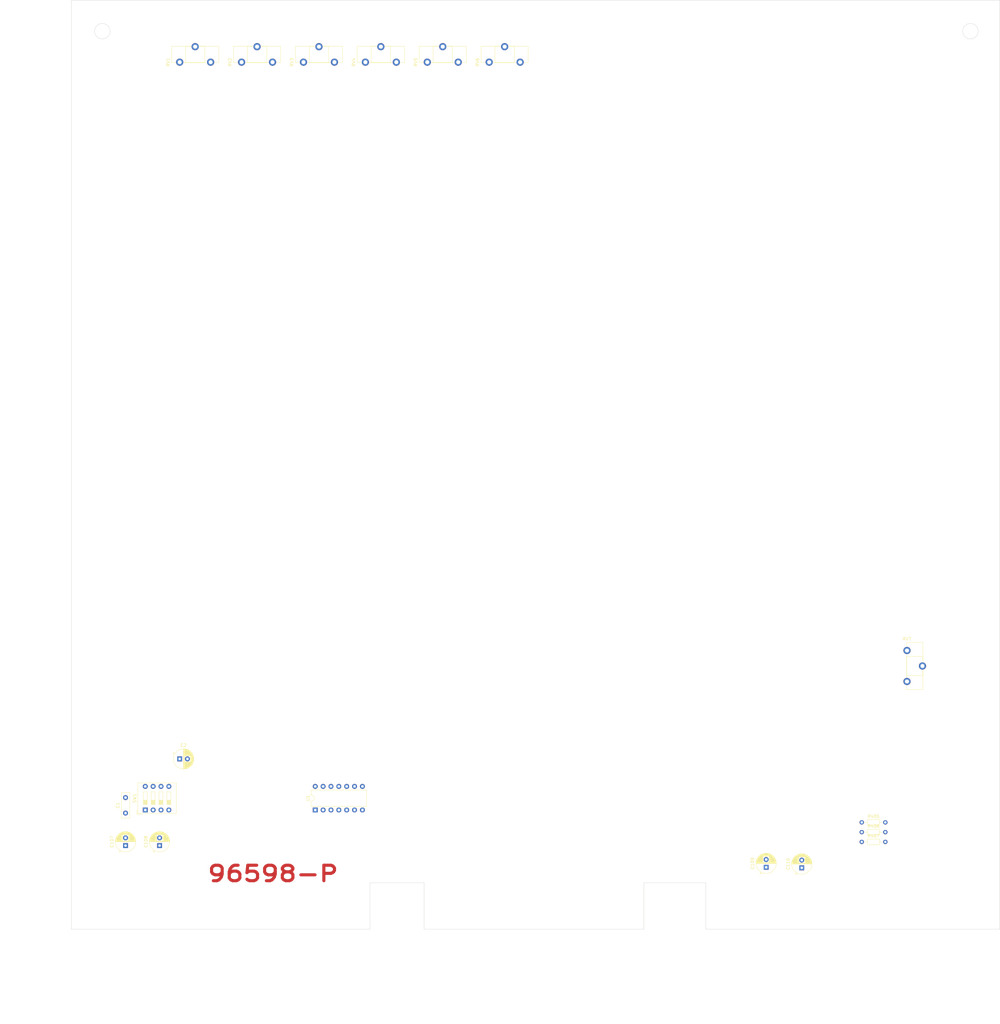
<source format=kicad_pcb>
(kicad_pcb (version 20221018) (generator pcbnew)
  (layers (0 "F.Cu" signal) (31 "B.Cu" signal) (34 "B.Paste" user) (35 "F.Paste" user) (36 "B.SilkS" user "B.Silkscreen") (37 "F.SilkS" user "F.Silkscreen") (38 "B.Mask" user) (39 "F.Mask" user) (44 "Edge.Cuts" user))
  (net 0 "")
  (footprint "Resistor_THT:R_Axial_DIN0204_L3.6mm_D1.6mm_P7.62mm_Horizontal" (layer "F.Cu") (at 430.38 314.3)
    (fp_text reference "R407" (at 3.81 -1.92) (layer "F.SilkS"))
    (fp_text value "R")
    (pad "1" thru_hole circle (at 0 0) (size 1.4 1.4) (drill 0.7) (layers "*.Cu" "*.Mask"))
    (pad "2" thru_hole oval (at 7.62 0) (size 1.4 1.4) (drill 0.7) (layers "*.Cu" "*.Mask"))
  )
  (footprint "Potentiometer_THT:Potentiometer_Piher_PT-15-H05_Horizontal" (layer "F.Cu") (at 310 62.5 90)
    (fp_text reference "RV6" (at 0 -3.75 90) (layer "F.SilkS"))
    (fp_text value "R_Potentiometer")
    (pad "1" thru_hole circle (at 0 0 90) (size 2.34 2.34) (drill 1.3) (layers "*.Cu" "*.Mask"))
    (pad "2" thru_hole circle (at 5 5 90) (size 2.34 2.34) (drill 1.3) (layers "*.Cu" "*.Mask"))
    (pad "3" thru_hole circle (at 0 10 90) (size 2.34 2.34) (drill 1.3) (layers "*.Cu" "*.Mask"))
  )
  (footprint "Potentiometer_THT:Potentiometer_Piher_PT-15-H05_Horizontal" (layer "F.Cu") (at 210 62.5 90)
    (fp_text reference "RV1" (at 0 -3.75 90) (layer "F.SilkS"))
    (fp_text value "R_Potentiometer")
    (pad "1" thru_hole circle (at 0 0 90) (size 2.34 2.34) (drill 1.3) (layers "*.Cu" "*.Mask"))
    (pad "2" thru_hole circle (at 5 5 90) (size 2.34 2.34) (drill 1.3) (layers "*.Cu" "*.Mask"))
    (pad "3" thru_hole circle (at 0 10 90) (size 2.34 2.34) (drill 1.3) (layers "*.Cu" "*.Mask"))
  )
  (footprint "Resistor_THT:R_Axial_DIN0204_L3.6mm_D1.6mm_P7.62mm_Horizontal" (layer "F.Cu") (at 430.38 308)
    (fp_text reference "R405" (at 3.81 -1.92) (layer "F.SilkS"))
    (fp_text value "R")
    (pad "1" thru_hole circle (at 0 0) (size 1.4 1.4) (drill 0.7) (layers "*.Cu" "*.Mask"))
    (pad "2" thru_hole oval (at 7.62 0) (size 1.4 1.4) (drill 0.7) (layers "*.Cu" "*.Mask"))
  )
  (footprint "Potentiometer_THT:Potentiometer_Piher_PT-15-H05_Horizontal" (layer "F.Cu") (at 270 62.5 90)
    (fp_text reference "RV4" (at 0 -3.75 90) (layer "F.SilkS"))
    (fp_text value "R_Potentiometer")
    (pad "1" thru_hole circle (at 0 0 90) (size 2.34 2.34) (drill 1.3) (layers "*.Cu" "*.Mask"))
    (pad "2" thru_hole circle (at 5 5 90) (size 2.34 2.34) (drill 1.3) (layers "*.Cu" "*.Mask"))
    (pad "3" thru_hole circle (at 0 10 90) (size 2.34 2.34) (drill 1.3) (layers "*.Cu" "*.Mask"))
  )
  (footprint "Capacitor_THT:C_Disc_D8.0mm_W2.5mm_P5.00mm" (layer "F.Cu") (at 192.5 305 90)
    (fp_text reference "C1" (at 2.5 -2.5 90) (layer "F.SilkS"))
    (fp_text value "C")
    (pad "1" thru_hole circle (at 0 0 90) (size 1.6 1.6) (drill 0.8) (layers "*.Cu" "*.Mask"))
    (pad "2" thru_hole circle (at 5 0 90) (size 1.6 1.6) (drill 0.8) (layers "*.Cu" "*.Mask"))
  )
  (footprint "Capacitor_THT:CP_Radial_D6.3mm_P2.50mm" (layer "F.Cu") (at 203.5 315.5 90)
    (fp_text reference "C108" (at 1.25 -4.4 90) (layer "F.SilkS"))
    (fp_text value "C_Polarized")
    (pad "1" thru_hole rect (at 0 0 90) (size 1.6 1.6) (drill 0.8) (layers "*.Cu" "*.Mask"))
    (pad "2" thru_hole circle (at 2.5 0 90) (size 1.6 1.6) (drill 0.8) (layers "*.Cu" "*.Mask"))
  )
  (footprint "Capacitor_THT:CP_Radial_D6.3mm_P2.50mm" (layer "F.Cu") (at 192.5 315.5 90)
    (fp_text reference "C107" (at 1.25 -4.4 90) (layer "F.SilkS"))
    (fp_text value "C_Polarized")
    (pad "1" thru_hole rect (at 0 0 90) (size 1.6 1.6) (drill 0.8) (layers "*.Cu" "*.Mask"))
    (pad "2" thru_hole circle (at 2.5 0 90) (size 1.6 1.6) (drill 0.8) (layers "*.Cu" "*.Mask"))
  )
  (footprint "Potentiometer_THT:Potentiometer_Piher_PT-15-H05_Horizontal" (layer "F.Cu") (at 250 62.5 90)
    (fp_text reference "RV3" (at 0 -3.75 90) (layer "F.SilkS"))
    (fp_text value "R_Potentiometer")
    (pad "1" thru_hole circle (at 0 0 90) (size 2.34 2.34) (drill 1.3) (layers "*.Cu" "*.Mask"))
    (pad "2" thru_hole circle (at 5 5 90) (size 2.34 2.34) (drill 1.3) (layers "*.Cu" "*.Mask"))
    (pad "3" thru_hole circle (at 0 10 90) (size 2.34 2.34) (drill 1.3) (layers "*.Cu" "*.Mask"))
  )
  (footprint "Resistor_THT:R_Axial_DIN0204_L3.6mm_D1.6mm_P7.62mm_Horizontal" (layer "F.Cu") (at 430.38 311.15)
    (fp_text reference "R406" (at 3.81 -1.92) (layer "F.SilkS"))
    (fp_text value "R")
    (pad "1" thru_hole circle (at 0 0) (size 1.4 1.4) (drill 0.7) (layers "*.Cu" "*.Mask"))
    (pad "2" thru_hole oval (at 7.62 0) (size 1.4 1.4) (drill 0.7) (layers "*.Cu" "*.Mask"))
  )
  (footprint "Capacitor_THT:CP_Radial_D6.3mm_P2.50mm" (layer "F.Cu") (at 210 287.5)
    (fp_text reference "C2" (at 1.25 -4.4) (layer "F.SilkS"))
    (fp_text value "C_Polarized")
    (pad "1" thru_hole rect (at 0 0) (size 1.6 1.6) (drill 0.8) (layers "*.Cu" "*.Mask"))
    (pad "2" thru_hole circle (at 2.5 0) (size 1.6 1.6) (drill 0.8) (layers "*.Cu" "*.Mask"))
  )
  (footprint "Package_DIP:DIP-14_W7.62mm" (layer "F.Cu") (at 253.8 304 90)
    (fp_text reference "U1" (at 3.81 -2.33 90) (layer "F.SilkS"))
    (fp_text value "7404")
    (pad "1" thru_hole rect (at 0 0 90) (size 1.6 1.6) (drill 0.8) (layers "*.Cu" "*.Mask"))
    (pad "2" thru_hole oval (at 0 2.54 90) (size 1.6 1.6) (drill 0.8) (layers "*.Cu" "*.Mask"))
    (pad "3" thru_hole oval (at 0 5.08 90) (size 1.6 1.6) (drill 0.8) (layers "*.Cu" "*.Mask"))
    (pad "4" thru_hole oval (at 0 7.62 90) (size 1.6 1.6) (drill 0.8) (layers "*.Cu" "*.Mask"))
    (pad "5" thru_hole oval (at 0 10.16 90) (size 1.6 1.6) (drill 0.8) (layers "*.Cu" "*.Mask"))
    (pad "6" thru_hole oval (at 0 12.7 90) (size 1.6 1.6) (drill 0.8) (layers "*.Cu" "*.Mask"))
    (pad "7" thru_hole oval (at 0 15.24 90) (size 1.6 1.6) (drill 0.8) (layers "*.Cu" "*.Mask"))
    (pad "8" thru_hole oval (at 7.62 15.24 90) (size 1.6 1.6) (drill 0.8) (layers "*.Cu" "*.Mask"))
    (pad "9" thru_hole oval (at 7.62 12.7 90) (size 1.6 1.6) (drill 0.8) (layers "*.Cu" "*.Mask"))
    (pad "10" thru_hole oval (at 7.62 10.16 90) (size 1.6 1.6) (drill 0.8) (layers "*.Cu" "*.Mask"))
    (pad "11" thru_hole oval (at 7.62 7.62 90) (size 1.6 1.6) (drill 0.8) (layers "*.Cu" "*.Mask"))
    (pad "12" thru_hole oval (at 7.62 5.08 90) (size 1.6 1.6) (drill 0.8) (layers "*.Cu" "*.Mask"))
    (pad "13" thru_hole oval (at 7.62 2.54 90) (size 1.6 1.6) (drill 0.8) (layers "*.Cu" "*.Mask"))
    (pad "14" thru_hole oval (at 7.62 0 90) (size 1.6 1.6) (drill 0.8) (layers "*.Cu" "*.Mask"))
  )
  (footprint "Capacitor_THT:CP_Radial_D6.3mm_P2.50mm" (layer "F.Cu") (at 399.5 322.5 90)
    (fp_text reference "C109" (at 1.25 -4.4 90) (layer "F.SilkS"))
    (fp_text value "C_Polarized")
    (pad "1" thru_hole rect (at 0 0 90) (size 1.6 1.6) (drill 0.8) (layers "*.Cu" "*.Mask"))
    (pad "2" thru_hole circle (at 2.5 0 90) (size 1.6 1.6) (drill 0.8) (layers "*.Cu" "*.Mask"))
  )
  (footprint "Potentiometer_THT:Potentiometer_Piher_PT-15-H05_Horizontal" (layer "F.Cu") (at 445 252.5)
    (fp_text reference "RV7" (at 0 -3.75) (layer "F.SilkS"))
    (fp_text value "R_Potentiometer")
    (pad "1" thru_hole circle (at 0 0) (size 2.34 2.34) (drill 1.3) (layers "*.Cu" "*.Mask"))
    (pad "2" thru_hole circle (at 5 5) (size 2.34 2.34) (drill 1.3) (layers "*.Cu" "*.Mask"))
    (pad "3" thru_hole circle (at 0 10) (size 2.34 2.34) (drill 1.3) (layers "*.Cu" "*.Mask"))
  )
  (footprint "Potentiometer_THT:Potentiometer_Piher_PT-15-H05_Horizontal" (layer "F.Cu") (at 230 62.5 90)
    (fp_text reference "RV2" (at 0 -3.75 90) (layer "F.SilkS"))
    (fp_text value "R_Potentiometer")
    (pad "1" thru_hole circle (at 0 0 90) (size 2.34 2.34) (drill 1.3) (layers "*.Cu" "*.Mask"))
    (pad "2" thru_hole circle (at 5 5 90) (size 2.34 2.34) (drill 1.3) (layers "*.Cu" "*.Mask"))
    (pad "3" thru_hole circle (at 0 10 90) (size 2.34 2.34) (drill 1.3) (layers "*.Cu" "*.Mask"))
  )
  (footprint "Capacitor_THT:CP_Radial_D6.3mm_P2.50mm" (layer "F.Cu") (at 411 322.68238 90)
    (fp_text reference "C110" (at 1.25 -4.4 90) (layer "F.SilkS"))
    (fp_text value "C_Polarized")
    (pad "1" thru_hole rect (at 0 0 90) (size 1.6 1.6) (drill 0.8) (layers "*.Cu" "*.Mask"))
    (pad "2" thru_hole circle (at 2.5 0 90) (size 1.6 1.6) (drill 0.8) (layers "*.Cu" "*.Mask"))
  )
  (footprint "Button_Switch_THT:SW_DIP_SPSTx04_Slide_9.78x12.34mm_W7.62mm_P2.54mm" (layer "F.Cu") (at 198.88 304 90)
    (fp_text reference "SW1" (at 3.81 -3.42 90) (layer "F.SilkS"))
    (fp_text value "SW_DIP_x04")
    (pad "1" thru_hole rect (at 0 0 90) (size 1.6 1.6) (drill 0.8) (layers "*.Cu" "*.Mask"))
    (pad "2" thru_hole oval (at 0 2.54 90) (size 1.6 1.6) (drill 0.8) (layers "*.Cu" "*.Mask"))
    (pad "3" thru_hole oval (at 0 5.08 90) (size 1.6 1.6) (drill 0.8) (layers "*.Cu" "*.Mask"))
    (pad "4" thru_hole oval (at 0 7.62 90) (size 1.6 1.6) (drill 0.8) (layers "*.Cu" "*.Mask"))
    (pad "5" thru_hole oval (at 7.62 7.62 90) (size 1.6 1.6) (drill 0.8) (layers "*.Cu" "*.Mask"))
    (pad "6" thru_hole oval (at 7.62 5.08 90) (size 1.6 1.6) (drill 0.8) (layers "*.Cu" "*.Mask"))
    (pad "7" thru_hole oval (at 7.62 2.54 90) (size 1.6 1.6) (drill 0.8) (layers "*.Cu" "*.Mask"))
    (pad "8" thru_hole oval (at 7.62 0 90) (size 1.6 1.6) (drill 0.8) (layers "*.Cu" "*.Mask"))
  )
  (footprint "Potentiometer_THT:Potentiometer_Piher_PT-15-H05_Horizontal" (layer "F.Cu") (at 290 62.5 90)
    (fp_text reference "RV5" (at 0 -3.75 90) (layer "F.SilkS"))
    (fp_text value "R_Potentiometer")
    (pad "1" thru_hole circle (at 0 0 90) (size 2.34 2.34) (drill 1.3) (layers "*.Cu" "*.Mask"))
    (pad "2" thru_hole circle (at 5 5 90) (size 2.34 2.34) (drill 1.3) (layers "*.Cu" "*.Mask"))
    (pad "3" thru_hole circle (at 0 10 90) (size 2.34 2.34) (drill 1.3) (layers "*.Cu" "*.Mask"))
  )
  (gr_line (start 360 327.5) (end 380 327.5) (stroke (width 0.1)) (layer "Edge.Cuts"))
  (gr_line (start 475 42.5) (end 475 342.5) (stroke (width 0.1)) (layer "Edge.Cuts"))
  (gr_line (start 271.5 327.5) (end 289 327.5) (stroke (width 0.1)) (layer "Edge.Cuts"))
  (gr_line (start 380 327.5) (end 380 342.5) (stroke (width 0.1)) (layer "Edge.Cuts"))
  (gr_line (start 271.5 342.5) (end 271.5 327.5) (stroke (width 0.1)) (layer "Edge.Cuts"))
  (gr_line (start 360 342.5) (end 360 327.5) (stroke (width 0.1)) (layer "Edge.Cuts"))
  (gr_line (start 289 342.5) (end 360 342.5) (stroke (width 0.1)) (layer "Edge.Cuts"))
  (gr_line (start 475 342.5) (end 380 342.5) (stroke (width 0.1)) (layer "Edge.Cuts"))
  (gr_circle (center 465.5 52.5) (end 465.5 50) (stroke (width 0.1)) (fill none) (layer "Edge.Cuts"))
  (gr_line (start 175 342.5) (end 271.5 342.5) (stroke (width 0.1)) (layer "Edge.Cuts"))
  (gr_line (start 289 327.5) (end 289 342.5) (stroke (width 0.1)) (layer "Edge.Cuts"))
  (gr_line (start 175 342.5) (end 175 42.5) (stroke (width 0.1)) (layer "Edge.Cuts"))
  (gr_line (start 175 42.5) (end 475 42.5) (stroke (width 0.1)) (layer "Edge.Cuts"))
  (gr_circle (center 185 52.5) (end 185 50) (stroke (width 0.1)) (fill none) (layer "Edge.Cuts"))
  (gr_text "96598-P" (at 218.5 327.5) (layer "F.Cu") (effects (font (size 5 6) (thickness 1)) (justify left bottom)))
)
</source>
